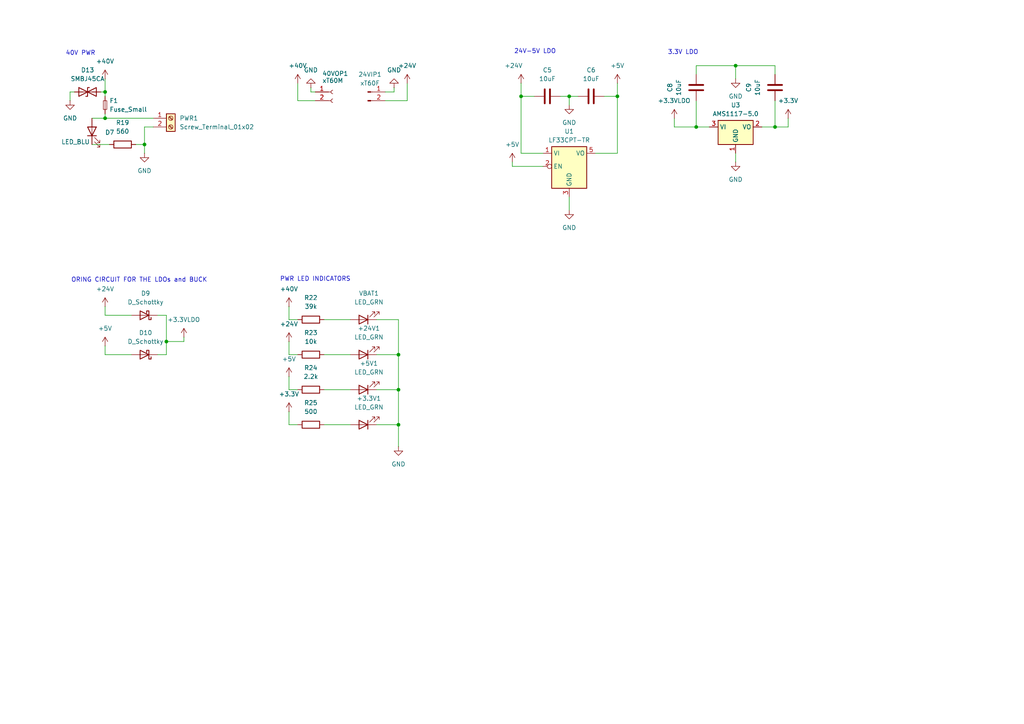
<source format=kicad_sch>
(kicad_sch (version 20231120) (generator "eeschema") (generator_version "8.0")
  (paper "A4")
  (lib_symbols
    (symbol "Connector:Conn_01x02_Pin" (pin_names (offset 1.016) hide)
      (property "Reference" "J" (at 0 2.54 0))
      (property "Value" "Conn_01x02_Pin" (at 0 -5.08 0))
      (symbol "Conn_01x02_Pin_1_1"
        (polyline (pts (xy 1.27 -2.54) (xy 0.8636 -2.54)) (stroke (width 0.1524)))
        (polyline (pts (xy 1.27 0) (xy 0.8636 0)) (stroke (width 0.1524)))
        (rectangle (start 0.8636 -2.413) (end 0 -2.667) (stroke (width 0.1524)) (fill (type outline)))
        (rectangle (start 0.8636 0.127) (end 0 -0.127) (stroke (width 0.1524)) (fill (type outline)))
        (pin passive line (at 5.08 0 180) (length 3.81) (name "Pin_1") (number "1"))
        (pin passive line (at 5.08 -2.54 180) (length 3.81) (name "Pin_2") (number "2"))
      )
    )
    (symbol "Connector:Conn_01x02_Socket" (pin_names (offset 1.016) hide)
      (property "Reference" "J" (at 0 2.54 0))
      (property "Value" "Conn_01x02_Socket" (at 0 -5.08 0))
      (symbol "Conn_01x02_Socket_1_1"
        (arc (start 0 -2.032) (mid -0.5058 -2.54) (end 0 -3.048) (stroke (width 0.1524)))
        (polyline (pts (xy -1.27 -2.54) (xy -0.508 -2.54)) (stroke (width 0.1524)))
        (polyline (pts (xy -1.27 0) (xy -0.508 0)) (stroke (width 0.1524)))
        (arc (start 0 0.508) (mid -0.5058 0) (end 0 -0.508) (stroke (width 0.1524)))
        (pin passive line (at -5.08 0 0) (length 3.81) (name "Pin_1") (number "1"))
        (pin passive line (at -5.08 -2.54 0) (length 3.81) (name "Pin_2") (number "2"))
      )
    )
    (symbol "Connector:Screw_Terminal_01x02" (pin_names (offset 1.016) hide)
      (property "Reference" "J" (at 0 2.54 0))
      (property "Value" "Screw_Terminal_01x02" (at 0 -5.08 0))
      (symbol "Screw_Terminal_01x02_1_1"
        (rectangle (start -1.27 1.27) (end 1.27 -3.81) (stroke (width 0.254)) (fill (type background)))
        (circle (center 0 -2.54) (radius 0.635) (stroke (width 0.1524)))
        (polyline (pts (xy -0.5334 -2.2098) (xy 0.3302 -3.048)) (stroke (width 0.1524)))
        (polyline (pts (xy -0.5334 0.3302) (xy 0.3302 -0.508)) (stroke (width 0.1524)))
        (polyline (pts (xy -0.3556 -2.032) (xy 0.508 -2.8702)) (stroke (width 0.1524)))
        (polyline (pts (xy -0.3556 0.508) (xy 0.508 -0.3302)) (stroke (width 0.1524)))
        (circle (center 0 0) (radius 0.635) (stroke (width 0.1524)))
        (pin passive line (at -5.08 0 0) (length 3.81) (name "Pin_1") (number "1"))
        (pin passive line (at -5.08 -2.54 0) (length 3.81) (name "Pin_2") (number "2"))
      )
    )
    (symbol "Device:C" (pin_numbers hide) (pin_names (offset 0.254))
      (property "Reference" "C" (at 0.635 2.54 0))
      (property "Value" "C" (at 0.635 -2.54 0))
      (symbol "C_0_1"
        (polyline (pts (xy -2.032 -0.762) (xy 2.032 -0.762)) (stroke (width 0.508)))
        (polyline (pts (xy -2.032 0.762) (xy 2.032 0.762)) (stroke (width 0.508)))
      )
      (symbol "C_1_1"
        (pin passive line (at 0 3.81 270) (length 2.794) (name "~") (number "1"))
        (pin passive line (at 0 -3.81 90) (length 2.794) (name "~") (number "2"))
      )
    )
    (symbol "Device:D_Schottky" (pin_numbers hide) (pin_names (offset 1.016) hide)
      (property "Reference" "D" (at 0 2.54 0))
      (property "Value" "D_Schottky" (at 0 -2.54 0))
      (symbol "D_Schottky_0_1"
        (polyline (pts (xy 1.27 0) (xy -1.27 0)))
        (polyline (pts (xy 1.27 1.27) (xy 1.27 -1.27) (xy -1.27 0) (xy 1.27 1.27)) (stroke (width 0.254)))
        (polyline (pts (xy -1.905 0.635) (xy -1.905 1.27) (xy -1.27 1.27) (xy -1.27 -1.27) (xy -0.635 -1.27) (xy -0.635 -0.635)) (stroke (width 0.254)))
      )
      (symbol "D_Schottky_1_1"
        (pin passive line (at -3.81 0 0) (length 2.54) (name "K") (number "1"))
        (pin passive line (at 3.81 0 180) (length 2.54) (name "A") (number "2"))
      )
    )
    (symbol "Device:D_TVS" (pin_numbers hide) (pin_names (offset 1.016) hide)
      (property "Reference" "D" (at 0 2.54 0))
      (property "Value" "D_TVS" (at 0 -2.54 0))
      (symbol "D_TVS_0_1"
        (polyline (pts (xy 1.27 0) (xy -1.27 0)))
        (polyline (pts (xy 0.508 1.27) (xy 0 1.27) (xy 0 -1.27) (xy -0.508 -1.27)) (stroke (width 0.254)))
        (polyline (pts (xy -2.54 1.27) (xy -2.54 -1.27) (xy 2.54 1.27) (xy 2.54 -1.27) (xy -2.54 1.27)) (stroke (width 0.254)))
      )
      (symbol "D_TVS_1_1"
        (pin passive line (at -3.81 0 0) (length 2.54) (name "A1") (number "1"))
        (pin passive line (at 3.81 0 180) (length 2.54) (name "A2") (number "2"))
      )
    )
    (symbol "Device:Fuse_Small" (pin_numbers hide) (pin_names (offset 0.254) hide)
      (property "Reference" "F" (at 0 -1.524 0))
      (property "Value" "Fuse_Small" (at 0 1.524 0))
      (symbol "Fuse_Small_0_1"
        (rectangle (start -1.27 0.508) (end 1.27 -0.508))
        (polyline (pts (xy -1.27 0) (xy 1.27 0)))
      )
      (symbol "Fuse_Small_1_1"
        (pin passive line (at -2.54 0 0) (length 1.27) (name "~") (number "1"))
        (pin passive line (at 2.54 0 180) (length 1.27) (name "~") (number "2"))
      )
    )
    (symbol "Device:LED" (pin_numbers hide) (pin_names (offset 1.016) hide)
      (property "Reference" "D" (at 0 2.54 0))
      (property "Value" "LED" (at 0 -2.54 0))
      (symbol "LED_0_1"
        (polyline (pts (xy -1.27 -1.27) (xy -1.27 1.27)) (stroke (width 0.254)))
        (polyline (pts (xy -1.27 0) (xy 1.27 0)))
        (polyline (pts (xy 1.27 -1.27) (xy 1.27 1.27) (xy -1.27 0) (xy 1.27 -1.27)) (stroke (width 0.254)))
        (polyline (pts (xy -3.048 -0.762) (xy -4.572 -2.286) (xy -3.81 -2.286) (xy -4.572 -2.286) (xy -4.572 -1.524)))
        (polyline (pts (xy -1.778 -0.762) (xy -3.302 -2.286) (xy -2.54 -2.286) (xy -3.302 -2.286) (xy -3.302 -1.524)))
      )
      (symbol "LED_1_1"
        (pin passive line (at -3.81 0 0) (length 2.54) (name "K") (number "1"))
        (pin passive line (at 3.81 0 180) (length 2.54) (name "A") (number "2"))
      )
    )
    (symbol "Device:R" (pin_numbers hide) (pin_names (offset 0))
      (property "Reference" "R" (at 2.032 0 90))
      (property "Value" "R" (at 0 0 90))
      (symbol "R_0_1"
        (rectangle (start -1.016 -2.54) (end 1.016 2.54) (stroke (width 0.254)))
      )
      (symbol "R_1_1"
        (pin passive line (at 0 3.81 270) (length 1.27) (name "~") (number "1"))
        (pin passive line (at 0 -3.81 90) (length 1.27) (name "~") (number "2"))
      )
    )
    (symbol "Regulator_Linear:AMS1117-5.0"
      (property "Reference" "U" (at -3.81 3.175 0))
      (property "Value" "AMS1117-5.0" (at 0 3.175 0))
      (symbol "AMS1117-5.0_0_1"
        (rectangle (start -5.08 -5.08) (end 5.08 1.905) (stroke (width 0.254)) (fill (type background)))
      )
      (symbol "AMS1117-5.0_1_1"
        (pin power_in line (at 0 -7.62 90) (length 2.54) (name "GND") (number "1"))
        (pin power_out line (at 7.62 0 180) (length 2.54) (name "VO") (number "2"))
        (pin power_in line (at -7.62 0 0) (length 2.54) (name "VI") (number "3"))
      )
    )
    (symbol "SJSU_common:40V-24V_BUCK"
      (property "Reference" "U" (at 0 0 0))
      (symbol "40V-24V_BUCK_0_1"
        (rectangle (start 0 -2.54) (end 20.32 -20.32))
      )
      (symbol "40V-24V_BUCK_1_1"
        (pin passive line (at -3.81 -5.08 0) (length 3.81) (name "VIN") (number "1"))
        (pin passive line (at 24.13 -12.7 180) (length 3.81) (name "GND") (number "10"))
        (pin passive line (at 24.13 -15.24 180) (length 3.81) (name "GND") (number "11"))
        (pin passive line (at 24.13 -17.78 180) (length 3.81) (name "GND") (number "12"))
        (pin passive line (at -3.81 -7.62 0) (length 3.81) (name "VIN") (number "2"))
        (pin passive line (at -3.81 -10.16 0) (length 3.81) (name "VIN") (number "3"))
        (pin passive line (at -3.81 -12.7 0) (length 3.81) (name "GND") (number "4"))
        (pin passive line (at -3.81 -15.24 0) (length 3.81) (name "GND") (number "5"))
        (pin passive line (at -3.81 -17.78 0) (length 3.81) (name "GND") (number "6"))
        (pin passive line (at 24.13 -5.08 180) (length 3.81) (name "VOUT") (number "7"))
        (pin passive line (at 24.13 -7.62 180) (length 3.81) (name "VOUT") (number "8"))
        (pin passive line (at 24.13 -10.16 180) (length 3.81) (name "VOUT") (number "9"))
      )
    )
    (symbol "SJSU_common:LF33CPT-TR"
      (property "Reference" "U" (at -4.572 0 0))
      (property "Value" "LF33CPT-TR" (at 5.334 0 0))
      (symbol "LF33CPT-TR_0_1"
        (rectangle (start -5.08 -1.905) (end 5.08 -13.97) (stroke (width 0.254)) (fill (type background)))
      )
      (symbol "LF33CPT-TR_1_1"
        (pin power_in line (at -7.62 -3.81 0) (length 2.54) (name "VI") (number "1"))
        (pin input inverted (at -7.62 -7.62 0) (length 2.54) (name "EN") (number "2"))
        (pin power_in line (at 0 -16.51 90) (length 2.54) (name "GND") (number "3"))
        (pin power_out line (at 7.62 -3.81 180) (length 2.54) (name "VO") (number "5"))
      )
    )
    (symbol "power:+24V" (power) (pin_numbers hide) (pin_names (offset 0) hide)
      (property "Value" "+24V" (at 0 3.556 0))
      (symbol "+24V_0_1"
        (polyline (pts (xy -0.762 1.27) (xy 0 2.54)))
        (polyline (pts (xy 0 0) (xy 0 2.54)))
        (polyline (pts (xy 0 2.54) (xy 0.762 1.27)))
      )
      (symbol "+24V_1_1"
        (pin power_in line (at 0 0 90) (length 0) (name "~") (number "1"))
      )
    )
    (symbol "power:+3.3V" (power) (pin_numbers hide) (pin_names (offset 0) hide)
      (property "Value" "+3.3V" (at 0 3.556 0))
      (symbol "+3.3V_0_1"
        (polyline (pts (xy -0.762 1.27) (xy 0 2.54)))
        (polyline (pts (xy 0 0) (xy 0 2.54)))
        (polyline (pts (xy 0 2.54) (xy 0.762 1.27)))
      )
      (symbol "+3.3V_1_1"
        (pin power_in line (at 0 0 90) (length 0) (name "~") (number "1"))
      )
    )
    (symbol "power:+5V" (power) (pin_numbers hide) (pin_names (offset 0) hide)
      (property "Value" "+5V" (at 0 3.556 0))
      (symbol "+5V_0_1"
        (polyline (pts (xy -0.762 1.27) (xy 0 2.54)))
        (polyline (pts (xy 0 0) (xy 0 2.54)))
        (polyline (pts (xy 0 2.54) (xy 0.762 1.27)))
      )
      (symbol "+5V_1_1"
        (pin power_in line (at 0 0 90) (length 0) (name "~") (number "1"))
      )
    )
    (symbol "power:GND" (power) (pin_numbers hide) (pin_names (offset 0) hide)
      (property "Value" "GND" (at 0 -3.81 0))
      (symbol "GND_0_1"
        (polyline (pts (xy 0 0) (xy 0 -1.27) (xy 1.27 -1.27) (xy 0 -2.54) (xy -1.27 -1.27) (xy 0 -1.27)))
      )
      (symbol "GND_1_1"
        (pin power_in line (at 0 0 270) (length 0) (name "~") (number "1"))
      )
    )
  )
  (junction (at 77.47 -27.94))
  (junction (at 151.13 27.94))
  (junction (at 77.47 -17.78))
  (junction (at 224.79 36.83))
  (junction (at 105.41 -20.32))
  (junction (at 115.57 123.19))
  (junction (at 30.48 26.67))
  (junction (at 201.93 36.83))
  (junction (at 165.1 27.94))
  (junction (at 48.26 99.06))
  (junction (at 77.47 -20.32))
  (junction (at 179.07 27.94))
  (junction (at 213.36 19.05))
  (junction (at 105.41 -17.78))
  (junction (at 105.41 -30.48))
  (junction (at 105.41 -27.94))
  (junction (at 115.57 113.03))
  (junction (at 115.57 102.87))
  (junction (at 77.47 -30.48))
  (junction (at 30.48 34.29))
  (junction (at 41.91 41.91))
  (wire (pts (xy 118.11 29.21) (xy 111.76 29.21)))
  (wire (pts (xy 20.32 26.67) (xy 20.32 29.21)))
  (wire (pts (xy 118.11 24.13) (xy 118.11 29.21)))
  (wire (pts (xy 213.36 19.05) (xy 224.79 19.05)))
  (wire (pts (xy 105.41 -17.78) (xy 105.41 -12.7)))
  (wire (pts (xy 148.59 48.26) (xy 148.59 46.99)))
  (wire (pts (xy 179.07 27.94) (xy 179.07 44.45)))
  (wire (pts (xy 41.91 41.91) (xy 41.91 44.45)))
  (wire (pts (xy 151.13 24.13) (xy 151.13 27.94)))
  (wire (pts (xy 162.56 27.94) (xy 165.1 27.94)))
  (wire (pts (xy 213.36 22.86) (xy 213.36 19.05)))
  (wire (pts (xy 48.26 91.44) (xy 48.26 99.06)))
  (wire (pts (xy 105.41 -22.86) (xy 105.41 -20.32)))
  (wire (pts (xy 224.79 36.83) (xy 224.79 29.21)))
  (wire (pts (xy 77.47 -17.78) (xy 77.47 -12.7)))
  (wire (pts (xy 83.82 109.22) (xy 83.82 113.03)))
  (wire (pts (xy 77.47 -27.94) (xy 77.47 -25.4)))
  (wire (pts (xy 93.98 123.19) (xy 101.6 123.19)))
  (wire (pts (xy 115.57 113.03) (xy 115.57 123.19)))
  (wire (pts (xy 30.48 26.67) (xy 30.48 27.94)))
  (wire (pts (xy 30.48 102.87) (xy 30.48 100.33)))
  (wire (pts (xy 109.22 123.19) (xy 115.57 123.19)))
  (wire (pts (xy 30.48 91.44) (xy 38.1 91.44)))
  (wire (pts (xy 201.93 19.05) (xy 201.93 21.59)))
  (wire (pts (xy 93.98 92.71) (xy 101.6 92.71)))
  (wire (pts (xy 53.34 99.06) (xy 53.34 97.79)))
  (wire (pts (xy 77.47 -33.02) (xy 77.47 -30.48)))
  (wire (pts (xy 165.1 27.94) (xy 165.1 30.48)))
  (wire (pts (xy 21.59 26.67) (xy 20.32 26.67)))
  (wire (pts (xy 224.79 21.59) (xy 224.79 19.05)))
  (wire (pts (xy 83.82 99.06) (xy 83.82 102.87)))
  (wire (pts (xy 105.41 -27.94) (xy 105.41 -25.4)))
  (wire (pts (xy 44.45 36.83) (xy 41.91 36.83)))
  (wire (pts (xy 44.45 34.29) (xy 30.48 34.29)))
  (wire (pts (xy 39.37 41.91) (xy 41.91 41.91)))
  (wire (pts (xy 90.17 25.4) (xy 90.17 26.67)))
  (wire (pts (xy 157.48 48.26) (xy 148.59 48.26)))
  (wire (pts (xy 30.48 22.86) (xy 30.48 26.67)))
  (wire (pts (xy 105.41 -20.32) (xy 105.41 -17.78)))
  (wire (pts (xy 26.67 34.29) (xy 30.48 34.29)))
  (wire (pts (xy 213.36 44.45) (xy 213.36 46.99)))
  (wire (pts (xy 45.72 91.44) (xy 48.26 91.44)))
  (wire (pts (xy 48.26 102.87) (xy 45.72 102.87)))
  (wire (pts (xy 165.1 57.15) (xy 165.1 60.96)))
  (wire (pts (xy 83.82 88.9) (xy 83.82 92.71)))
  (wire (pts (xy 151.13 27.94) (xy 151.13 44.45)))
  (wire (pts (xy 83.82 119.38) (xy 83.82 123.19)))
  (wire (pts (xy 179.07 24.13) (xy 179.07 27.94)))
  (wire (pts (xy 83.82 92.71) (xy 86.36 92.71)))
  (wire (pts (xy 77.47 -20.32) (xy 77.47 -17.78)))
  (wire (pts (xy 115.57 123.19) (xy 115.57 129.54)))
  (wire (pts (xy 151.13 44.45) (xy 157.48 44.45)))
  (wire (pts (xy 77.47 -22.86) (xy 77.47 -20.32)))
  (wire (pts (xy 175.26 27.94) (xy 179.07 27.94)))
  (wire (pts (xy 26.67 41.91) (xy 31.75 41.91)))
  (wire (pts (xy 109.22 113.03) (xy 115.57 113.03)))
  (wire (pts (xy 201.93 19.05) (xy 213.36 19.05)))
  (wire (pts (xy 201.93 36.83) (xy 205.74 36.83)))
  (wire (pts (xy 48.26 99.06) (xy 48.26 102.87)))
  (wire (pts (xy 93.98 102.87) (xy 101.6 102.87)))
  (wire (pts (xy 38.1 102.87) (xy 30.48 102.87)))
  (wire (pts (xy 83.82 113.03) (xy 86.36 113.03)))
  (wire (pts (xy 105.41 -30.48) (xy 105.41 -27.94)))
  (wire (pts (xy 165.1 27.94) (xy 167.64 27.94)))
  (wire (pts (xy 30.48 34.29) (xy 30.48 33.02)))
  (wire (pts (xy 115.57 92.71) (xy 115.57 102.87)))
  (wire (pts (xy 224.79 36.83) (xy 228.6 36.83)))
  (wire (pts (xy 201.93 36.83) (xy 195.58 36.83)))
  (wire (pts (xy 111.76 26.67) (xy 114.3 26.67)))
  (wire (pts (xy 179.07 44.45) (xy 172.72 44.45)))
  (wire (pts (xy 86.36 24.13) (xy 86.36 29.21)))
  (wire (pts (xy 109.22 92.71) (xy 115.57 92.71)))
  (wire (pts (xy 41.91 36.83) (xy 41.91 41.91)))
  (wire (pts (xy 195.58 36.83) (xy 195.58 34.29)))
  (wire (pts (xy 83.82 123.19) (xy 86.36 123.19)))
  (wire (pts (xy 105.41 -33.02) (xy 105.41 -30.48)))
  (wire (pts (xy 90.17 26.67) (xy 91.44 26.67)))
  (wire (pts (xy 114.3 26.67) (xy 114.3 25.4)))
  (wire (pts (xy 220.98 36.83) (xy 224.79 36.83)))
  (wire (pts (xy 228.6 36.83) (xy 228.6 34.29)))
  (wire (pts (xy 201.93 29.21) (xy 201.93 36.83)))
  (wire (pts (xy 77.47 -30.48) (xy 77.47 -27.94)))
  (wire (pts (xy 48.26 99.06) (xy 53.34 99.06)))
  (wire (pts (xy 109.22 102.87) (xy 115.57 102.87)))
  (wire (pts (xy 93.98 113.03) (xy 101.6 113.03)))
  (wire (pts (xy 30.48 88.9) (xy 30.48 91.44)))
  (wire (pts (xy 115.57 102.87) (xy 115.57 113.03)))
  (wire (pts (xy 83.82 102.87) (xy 86.36 102.87)))
  (wire (pts (xy 29.21 26.67) (xy 30.48 26.67)))
  (wire (pts (xy 86.36 29.21) (xy 91.44 29.21)))
  (wire (pts (xy 151.13 27.94) (xy 154.94 27.94)))
  (text "24V-5V LDO\n" (at 155.194 14.986 0) (effects (font (size 1.27 1.27))))
  (text "3.3V LDO\n" (at 198.12 15.24 0) (effects (font (size 1.27 1.27))))
  (text "POWER checklist:\nDONE\n" (at 26.416 -3.556 0) (effects (font (size 1.27 1.27))))
  (text "40V-24V BUCK\n" (at 75.438 -40.64 0) (effects (font (size 1.27 1.27))))
  (text "ORING CIRCUIT FOR THE LDOs and BUCK\n" (at 40.386 81.28 0) (effects (font (size 1.27 1.27))))
  (text "40V PWR\n" (at 23.368 15.494 0) (effects (font (size 1.27 1.27))))
  (text "PWR LED INDICATORS\n" (at 91.44 81.026 0) (effects (font (size 1.27 1.27))))
  (symbol (lib_id "power:+24V") (at 30.48 88.9 0) (unit 1)
    (property "Reference" "#PWR070" (effects (hide yes)))
    (property "Value" "+24V" (at 30.48 83.82 0))
    (property "Description" "Power symbol creates a global label with name \"+24V\"" (effects (hide yes)))
  )
  (symbol (lib_id "SJSU_common:LF33CPT-TR") (at 165.1 40.64 0) (unit 1)
    (property "Reference" "U1" (at 165.1 38.1 0))
    (property "Value" "LF33CPT-TR" (at 165.1 40.64 0))
    (property "Footprint" "SJSU_common:TO-252AD" (effects (hide yes)))
    (property "Datasheet" "https://www.st.com/content/ccc/resource/technical/document/datasheet/c4/0e/7e/2a/be/bc/4c/bd/CD00000546.pdf/files/CD00000546.pdf/jcr:content/translations/en.CD00000546.pdf" (effects (hide yes)))
    (property "Description" "IC REG LINEAR 3.3V 500MA PPAK" (effects (hide yes)))
  )
  (symbol (lib_id "power:GND") (at 90.17 25.4 180) (unit 1)
    (property "Reference" "#PWR0108" (effects (hide yes)))
    (property "Value" "GND" (at 90.17 20.32 0))
    (property "Description" "Power symbol creates a global label with name \"GND\" , ground" (effects (hide yes)))
  )
  (symbol (lib_id "power:+24V") (at 83.82 99.06 0) (unit 1)
    (property "Reference" "#PWR086" (effects (hide yes)))
    (property "Value" "+24V" (at 83.82 93.98 0))
    (property "Description" "Power symbol creates a global label with name \"+24V\"" (effects (hide yes)))
  )
  (symbol (lib_id "Connector:Screw_Terminal_01x02") (at 49.53 34.29 0) (unit 1)
    (property "Reference" "PWR1" (at 52.07 34.2899 0) (effects (justify left)))
    (property "Value" "Screw_Terminal_01x02" (at 52.07 36.8299 0) (effects (justify left)))
    (property "Footprint" "TerminalBlock:TerminalBlock_Xinya_XY308-2.54-2P_1x02_P2.54mm_Horizontal" (effects (hide yes)))
    (property "Description" "Generic screw terminal, single row, 01x02, script generated (kicad-library-utils/schlib/autogen/connector/)" (effects (hide yes)))
  )
  (symbol (lib_id "power:+24V") (at 77.47 -33.02 0) (unit 1)
    (property "Reference" "#PWR025" (effects (hide yes)))
    (property "Value" "+40V" (at 77.47 -38.1 0))
    (property "Description" "Power symbol creates a global label with name \"+24V\"" (effects (hide yes)))
  )
  (symbol (lib_id "power:+5V") (at 30.48 100.33 0) (unit 1)
    (property "Reference" "#PWR071" (effects (hide yes)))
    (property "Value" "+5V" (at 30.48 95.25 0))
    (property "Description" "Power symbol creates a global label with name \"+5V\"" (effects (hide yes)))
  )
  (symbol (lib_id "power:+3.3V") (at 53.34 97.79 0) (unit 1)
    (property "Reference" "#PWR069" (effects (hide yes)))
    (property "Value" "+3.3VLDO" (at 48.514 92.71 0) (effects (justify left)))
    (property "Description" "Power symbol creates a global label with name \"+3.3V\"" (effects (hide yes)))
  )
  (symbol (lib_id "Device:D_Schottky") (at 41.91 102.87 180) (unit 1)
    (property "Reference" "D10" (at 42.2275 96.52 0))
    (property "Value" "D_Schottky" (at 42.2275 99.06 0))
    (property "Footprint" "Diode_SMD:D_SMA" (effects (hide yes)))
    (property "Description" "Schottky diode" (effects (hide yes)))
  )
  (symbol (lib_id "Device:LED") (at 26.67 38.1 90) (unit 1)
    (property "Reference" "D7" (at 30.48 38.4174 90) (effects (justify right)))
    (property "Value" "LED_BLU" (at 17.78 41.148 90) (effects (justify right)))
    (property "Footprint" "LED_SMD:LED_0201_0603Metric" (effects (hide yes)))
    (property "Description" "Light emitting diode" (effects (hide yes)))
  )
  (symbol (lib_id "power:GND") (at 114.3 25.4 180) (unit 1)
    (property "Reference" "#PWR0107" (effects (hide yes)))
    (property "Value" "GND" (at 114.3 20.32 0))
    (property "Description" "Power symbol creates a global label with name \"GND\" , ground" (effects (hide yes)))
  )
  (symbol (lib_id "power:+24V") (at 83.82 88.9 0) (unit 1)
    (property "Reference" "#PWR085" (effects (hide yes)))
    (property "Value" "+40V" (at 83.82 83.82 0))
    (property "Description" "Power symbol creates a global label with name \"+24V\"" (effects (hide yes)))
  )
  (symbol (lib_id "power:+3.3V") (at 83.82 119.38 0) (unit 1)
    (property "Reference" "#PWR088" (effects (hide yes)))
    (property "Value" "+3.3V" (at 83.82 114.3 0))
    (property "Description" "Power symbol creates a global label with name \"+3.3V\"" (effects (hide yes)))
  )
  (symbol (lib_id "power:+3.3V") (at 179.07 24.13 0) (unit 1)
    (property "Reference" "#PWR064" (effects (hide yes)))
    (property "Value" "+5V" (at 179.07 19.05 0))
    (property "Description" "Power symbol creates a global label with name \"+3.3V\"" (effects (hide yes)))
  )
  (symbol (lib_id "power:+5V") (at 148.59 46.99 0) (unit 1)
    (property "Reference" "#PWR098" (effects (hide yes)))
    (property "Value" "+5V" (at 148.59 41.91 0))
    (property "Description" "Power symbol creates a global label with name \"+5V\"" (effects (hide yes)))
  )
  (symbol (lib_id "power:+24V") (at 105.41 -33.02 0) (unit 1)
    (property "Reference" "#PWR0102" (effects (hide yes)))
    (property "Value" "+24V" (at 105.41 -38.1 0))
    (property "Description" "Power symbol creates a global label with name \"+24V\"" (effects (hide yes)))
  )
  (symbol (lib_id "power:GND") (at 77.47 -12.7 0) (unit 1)
    (property "Reference" "#PWR0103" (effects (hide yes)))
    (property "Value" "GND" (at 77.47 -7.62 0))
    (property "Description" "Power symbol creates a global label with name \"GND\" , ground" (effects (hide yes)))
  )
  (symbol (lib_id "power:GND") (at 165.1 60.96 0) (unit 1)
    (property "Reference" "#PWR062" (effects (hide yes)))
    (property "Value" "GND" (at 165.1 66.04 0))
    (property "Description" "Power symbol creates a global label with name \"GND\" , ground" (effects (hide yes)))
  )
  (symbol (lib_id "Device:C") (at 201.93 25.4 180) (unit 1)
    (property "Reference" "C8" (at 194.31 25.4 90))
    (property "Value" "10uF" (at 196.85 25.4 90))
    (property "Footprint" "Capacitor_SMD:C_0201_0603Metric" (effects (hide yes)))
    (property "Description" "Unpolarized capacitor" (effects (hide yes)))
  )
  (symbol (lib_id "Device:D_TVS") (at 25.4 26.67 0) (unit 1)
    (property "Reference" "D13" (at 25.4 20.32 0))
    (property "Value" "SMBJ45CA" (at 25.4 22.86 0))
    (property "Footprint" "Diode_SMD:D_SMB_Handsoldering" (effects (hide yes)))
    (property "Description" "Bidirectional transient-voltage-suppression diode" (effects (hide yes)))
  )
  (symbol (lib_id "power:+3.3V") (at 228.6 34.29 0) (unit 1)
    (property "Reference" "#PWR097" (effects (hide yes)))
    (property "Value" "+3.3V" (at 228.6 29.21 0))
    (property "Description" "Power symbol creates a global label with name \"+3.3V\"" (effects (hide yes)))
  )
  (symbol (lib_id "Device:R") (at 90.17 102.87 270) (unit 1)
    (property "Reference" "R23" (at 90.17 96.52 90))
    (property "Value" "10k" (at 90.17 99.06 90))
    (property "Footprint" "Resistor_SMD:R_0201_0603Metric" (effects (hide yes)))
    (property "Description" "Resistor" (effects (hide yes)))
  )
  (symbol (lib_id "Device:R") (at 35.56 41.91 270) (unit 1)
    (property "Reference" "R19" (at 35.56 35.56 90))
    (property "Value" "560" (at 35.56 38.1 90))
    (property "Footprint" "Resistor_SMD:R_0201_0603Metric" (effects (hide yes)))
    (property "Description" "Resistor" (effects (hide yes)))
  )
  (symbol (lib_id "Connector:Conn_01x02_Socket") (at 96.52 26.67 0) (unit 1)
    (property "Reference" "40VOP1" (at 93.472 21.336 0) (effects (justify left)))
    (property "Value" "xT60M" (at 93.472 23.368 0) (effects (justify left)))
    (property "Footprint" "Connector_AMASS:AMASS_XT60PW-M_1x02_P7.20mm_Horizontal" (effects (hide yes)))
    (property "Description" "Generic connector, single row, 01x02, script generated" (effects (hide yes)))
  )
  (symbol (lib_id "Device:LED") (at 105.41 123.19 180) (unit 1)
    (property "Reference" "+3.3V1" (at 106.9975 115.57 0))
    (property "Value" "LED_GRN" (at 106.9975 118.11 0))
    (property "Footprint" "LED_SMD:LED_0805_2012Metric" (effects (hide yes)))
    (property "Description" "Light emitting diode" (effects (hide yes)))
  )
  (symbol (lib_id "Regulator_Linear:AMS1117-5.0") (at 213.36 36.83 0) (unit 1)
    (property "Reference" "U3" (at 213.36 30.48 0))
    (property "Value" "AMS1117-5.0" (at 213.36 33.02 0))
    (property "Footprint" "Package_TO_SOT_SMD:SOT-223-3_TabPin2" (effects (hide yes)))
    (property "Datasheet" "http://www.advanced-monolithic.com/pdf/ds1117.pdf" (effects (hide yes)))
    (property "Description" "1A Low Dropout regulator, positive, 5.0V fixed output, SOT-223" (effects (hide yes)))
  )
  (symbol (lib_id "power:+5V") (at 83.82 109.22 0) (unit 1)
    (property "Reference" "#PWR087" (effects (hide yes)))
    (property "Value" "+5V" (at 83.82 104.14 0))
    (property "Description" "Power symbol creates a global label with name \"+5V\"" (effects (hide yes)))
  )
  (symbol (lib_id "power:+3.3V") (at 151.13 24.13 0) (unit 1)
    (property "Reference" "#PWR063" (effects (hide yes)))
    (property "Value" "+24V" (at 146.304 19.05 0) (effects (justify left)))
    (property "Description" "Power symbol creates a global label with name \"+3.3V\"" (effects (hide yes)))
  )
  (symbol (lib_id "power:GND") (at 213.36 22.86 0) (unit 1)
    (property "Reference" "#PWR095" (effects (hide yes)))
    (property "Value" "GND" (at 213.36 27.94 0))
    (property "Description" "Power symbol creates a global label with name \"GND\" , ground" (effects (hide yes)))
  )
  (symbol (lib_id "Device:Fuse_Small") (at 30.48 30.48 270) (unit 1)
    (property "Reference" "F1" (at 31.75 29.2099 90) (effects (justify left)))
    (property "Value" "Fuse_Small" (at 31.75 31.7499 90) (effects (justify left)))
    (property "Footprint" "Fuse:Fuseholder_Littelfuse_Nano2_154x" (effects (hide yes)))
    (property "Description" "Fuse, small symbol" (effects (hide yes)))
  )
  (symbol (lib_id "power:GND") (at 41.91 44.45 0) (unit 1)
    (property "Reference" "#PWR061" (effects (hide yes)))
    (property "Value" "GND" (at 41.91 49.53 0))
    (property "Description" "Power symbol creates a global label with name \"GND\" , ground" (effects (hide yes)))
  )
  (symbol (lib_id "power:+24V") (at 118.11 24.13 0) (unit 1)
    (property "Reference" "#PWR0106" (effects (hide yes)))
    (property "Value" "+24V" (at 118.11 19.05 0))
    (property "Description" "Power symbol creates a global label with name \"+24V\"" (effects (hide yes)))
  )
  (symbol (lib_id "power:+24V") (at 86.36 24.13 0) (unit 1)
    (property "Reference" "#PWR0105" (effects (hide yes)))
    (property "Value" "+40V" (at 86.36 19.05 0))
    (property "Description" "Power symbol creates a global label with name \"+24V\"" (effects (hide yes)))
  )
  (symbol (lib_id "Device:LED") (at 105.41 102.87 180) (unit 1)
    (property "Reference" "+24V1" (at 106.9975 95.25 0))
    (property "Value" "LED_GRN" (at 106.9975 97.79 0))
    (property "Footprint" "LED_SMD:LED_0805_2012Metric" (effects (hide yes)))
    (property "Description" "Light emitting diode" (effects (hide yes)))
  )
  (symbol (lib_id "Connector:Conn_01x02_Pin") (at 106.68 26.67 0) (unit 1)
    (property "Reference" "24VIP1" (at 107.315 21.59 0))
    (property "Value" "xT60F" (at 107.315 24.13 0))
    (property "Footprint" "Connector_AMASS:AMASS_XT60PW-F_1x02_P7.20mm_Horizontal" (effects (hide yes)))
    (property "Description" "Generic connector, single row, 01x02, script generated" (effects (hide yes)))
  )
  (symbol (lib_id "SJSU_common:40V-24V_BUCK") (at 81.28 -35.56 0) (unit 1)
    (property "Reference" "U4" (at 91.44 -36.83 0))
    (property "Value" "~" (at 91.44 -34.29 0))
    (property "Footprint" "SJSU_common:40V-24V BUCK" (effects (hide yes)))
  )
  (symbol (lib_id "power:GND") (at 115.57 129.54 0) (unit 1)
    (property "Reference" "#PWR084" (effects (hide yes)))
    (property "Value" "GND" (at 115.57 134.62 0))
    (property "Description" "Power symbol creates a global label with name \"GND\" , ground" (effects (hide yes)))
  )
  (symbol (lib_id "power:GND") (at 165.1 30.48 0) (unit 1)
    (property "Reference" "#PWR067" (effects (hide yes)))
    (property "Value" "GND" (at 165.1 35.56 0))
    (property "Description" "Power symbol creates a global label with name \"GND\" , ground" (effects (hide yes)))
  )
  (symbol (lib_id "Device:C") (at 158.75 27.94 90) (unit 1)
    (property "Reference" "C5" (at 158.75 20.32 90))
    (property "Value" "10uF" (at 158.75 22.86 90))
    (property "Footprint" "Capacitor_SMD:C_0201_0603Metric" (effects (hide yes)))
    (property "Description" "Unpolarized capacitor" (effects (hide yes)))
  )
  (symbol (lib_id "power:+3.3V") (at 195.58 34.29 0) (unit 1)
    (property "Reference" "#PWR096" (effects (hide yes)))
    (property "Value" "+3.3VLDO" (at 190.754 29.21 0) (effects (justify left)))
    (property "Description" "Power symbol creates a global label with name \"+3.3V\"" (effects (hide yes)))
  )
  (symbol (lib_id "power:GND") (at 105.41 -12.7 0) (unit 1)
    (property "Reference" "#PWR0104" (effects (hide yes)))
    (property "Value" "GND" (at 105.41 -7.62 0))
    (property "Description" "Power symbol creates a global label with name \"GND\" , ground" (effects (hide yes)))
  )
  (symbol (lib_id "power:GND") (at 213.36 46.99 0) (unit 1)
    (property "Reference" "#PWR094" (effects (hide yes)))
    (property "Value" "GND" (at 213.36 52.07 0))
    (property "Description" "Power symbol creates a global label with name \"GND\" , ground" (effects (hide yes)))
  )
  (symbol (lib_id "Device:C") (at 224.79 25.4 180) (unit 1)
    (property "Reference" "C9" (at 217.17 25.4 90))
    (property "Value" "10uF" (at 219.71 25.4 90))
    (property "Footprint" "Capacitor_SMD:C_0201_0603Metric" (effects (hide yes)))
    (property "Description" "Unpolarized capacitor" (effects (hide yes)))
  )
  (symbol (lib_id "power:+24V") (at 30.48 22.86 0) (unit 1)
    (property "Reference" "#PWR013" (effects (hide yes)))
    (property "Value" "+40V" (at 30.48 17.78 0))
    (property "Description" "Power symbol creates a global label with name \"+24V\"" (effects (hide yes)))
  )
  (symbol (lib_id "Device:LED") (at 105.41 92.71 180) (unit 1)
    (property "Reference" "VBAT1" (at 106.9975 85.09 0))
    (property "Value" "LED_GRN" (at 106.9975 87.63 0))
    (property "Footprint" "LED_SMD:LED_0805_2012Metric" (effects (hide yes)))
    (property "Description" "Light emitting diode" (effects (hide yes)))
  )
  (symbol (lib_id "Device:C") (at 171.45 27.94 90) (unit 1)
    (property "Reference" "C6" (at 171.45 20.32 90))
    (property "Value" "10uF" (at 171.45 22.86 90))
    (property "Footprint" "Capacitor_SMD:C_0201_0603Metric" (effects (hide yes)))
    (property "Description" "Unpolarized capacitor" (effects (hide yes)))
  )
  (symbol (lib_id "Device:LED") (at 105.41 113.03 180) (unit 1)
    (property "Reference" "+5V1" (at 106.9975 105.41 0))
    (property "Value" "LED_GRN" (at 106.9975 107.95 0))
    (property "Footprint" "LED_SMD:LED_0805_2012Metric" (effects (hide yes)))
    (property "Description" "Light emitting diode" (effects (hide yes)))
  )
  (symbol (lib_id "Device:R") (at 90.17 92.71 270) (unit 1)
    (property "Reference" "R22" (at 90.17 86.36 90))
    (property "Value" "39k" (at 90.17 88.9 90))
    (property "Footprint" "Resistor_SMD:R_0201_0603Metric" (effects (hide yes)))
    (property "Description" "Resistor" (effects (hide yes)))
  )
  (symbol (lib_id "Device:R") (at 90.17 123.19 270) (unit 1)
    (property "Reference" "R25" (at 90.17 116.84 90))
    (property "Value" "500" (at 90.17 119.38 90))
    (property "Footprint" "Resistor_SMD:R_0201_0603Metric" (effects (hide yes)))
    (property "Description" "Resistor" (effects (hide yes)))
  )
  (symbol (lib_id "Device:R") (at 90.17 113.03 270) (unit 1)
    (property "Reference" "R24" (at 90.17 106.68 90))
    (property "Value" "2.2k" (at 90.17 109.22 90))
    (property "Footprint" "Resistor_SMD:R_0201_0603Metric" (effects (hide yes)))
    (property "Description" "Resistor" (effects (hide yes)))
  )
  (symbol (lib_id "power:GND") (at 20.32 29.21 0) (unit 1)
    (property "Reference" "#PWR068" (effects (hide yes)))
    (property "Value" "GND" (at 20.32 34.29 0))
    (property "Description" "Power symbol creates a global label with name \"GND\" , ground" (effects (hide yes)))
  )
  (symbol (lib_id "Device:D_Schottky") (at 41.91 91.44 180) (unit 1)
    (property "Reference" "D9" (at 42.2275 85.09 0))
    (property "Value" "D_Schottky" (at 42.2275 87.63 0))
    (property "Footprint" "Diode_SMD:D_SMA" (effects (hide yes)))
    (property "Description" "Schottky diode" (effects (hide yes)))
  )
)
</source>
